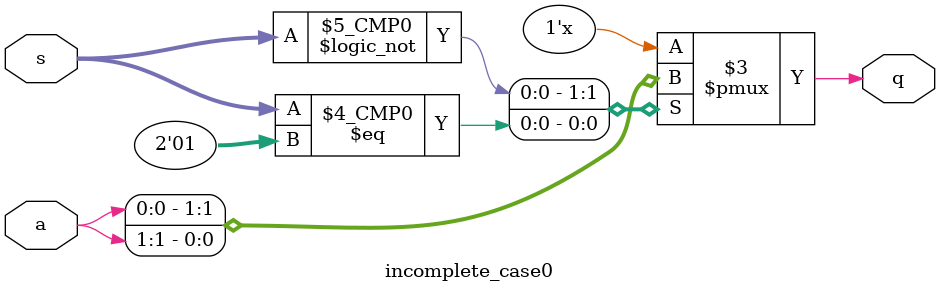
<source format=sv>
module incomplete_case0
(
  input logic [1 : 0] s,
  input logic [1 : 0] a,
  output logic q
);
  always_comb begin
    case (s) 
      2'b00: q = a[0];
      2'b01: q = a[1];
    endcase
  end
endmodule


</source>
